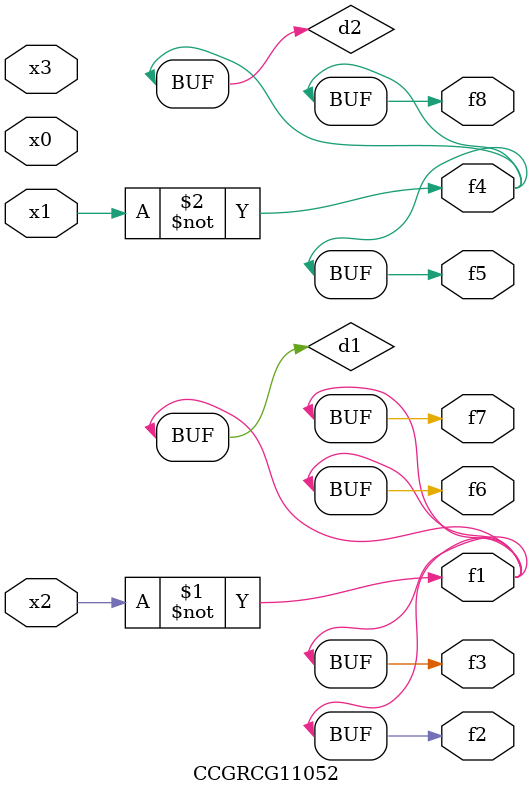
<source format=v>
module CCGRCG11052(
	input x0, x1, x2, x3,
	output f1, f2, f3, f4, f5, f6, f7, f8
);

	wire d1, d2;

	xnor (d1, x2);
	not (d2, x1);
	assign f1 = d1;
	assign f2 = d1;
	assign f3 = d1;
	assign f4 = d2;
	assign f5 = d2;
	assign f6 = d1;
	assign f7 = d1;
	assign f8 = d2;
endmodule

</source>
